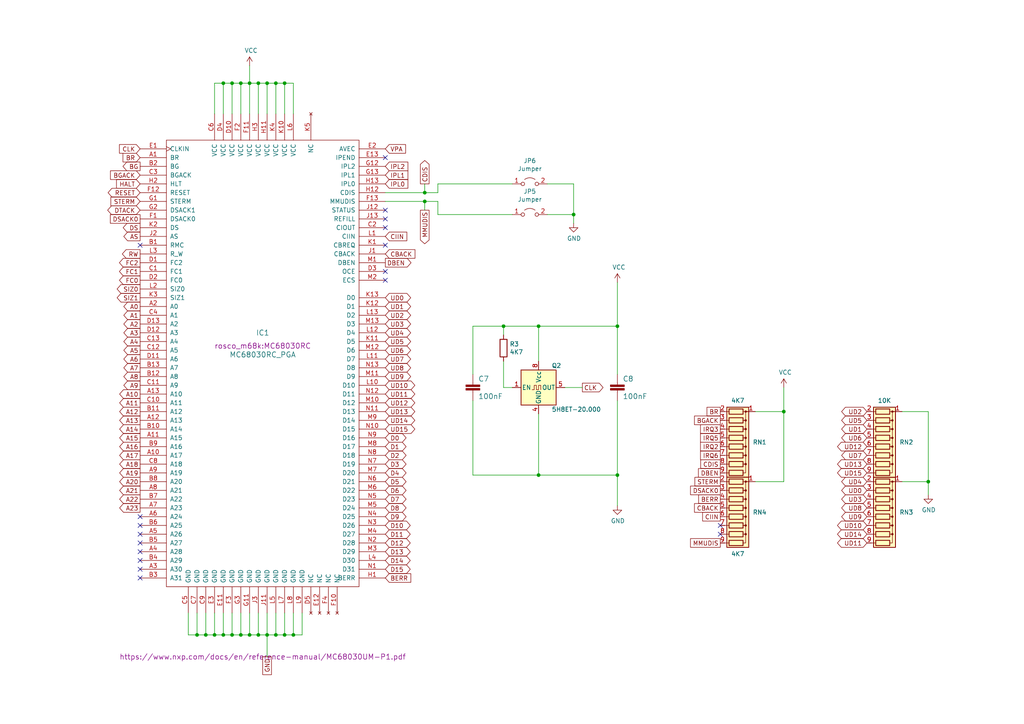
<source format=kicad_sch>
(kicad_sch (version 20231120) (generator "eeschema") (generator_version "8.0")
  (paper "A4")
  (title_block (title "ROSCO_M68K CLASSIC MC68030 EDITION") (date "2024-03-17") (rev "2.10") (company "The Really Old-School Company Limited") (comment 1 "OSHWA UK000006 (https://certification.oshwa.org/uk000006.html)") (comment 2 "See https://github.com/roscopeco/rosco_m68k/blob/master/LICENCE.hardware.txt") (comment 3 "Open Source Hardware licenced under CERN Open Hardware Licence") (comment 4 "Copyright 2019-2024 Ross Bamford and Contributors"))
  (lib_symbols
    (symbol "Device:R" (pin_numbers hide) (pin_names (offset 0))
      (property "Reference" "R" (at 2.032 0 90))
      (property "Value" "R" (at 0 0 90))
      (symbol "R_0_1"
        (rectangle (start -1.016 -2.54) (end 1.016 2.54) (stroke (width 0.254)))
      )
      (symbol "R_1_1"
        (pin passive line (at 0 3.81 270) (length 1.27) (name "~") (number "1"))
        (pin passive line (at 0 -3.81 90) (length 1.27) (name "~") (number "2"))
      )
    )
    (symbol "Device:R_Network08" (pin_names (offset 0) hide)
      (property "Reference" "RN" (at -12.7 0 90))
      (property "Value" "R_Network08" (at 10.16 0 90))
      (symbol "R_Network08_0_1"
        (rectangle (start -11.43 -3.175) (end 8.89 3.175) (stroke (width 0.254)) (fill (type background)))
        (rectangle (start -10.922 1.524) (end -9.398 -2.54) (stroke (width 0.254)))
        (circle (center -10.16 2.286) (radius 0.254) (fill (type outline)))
        (rectangle (start -8.382 1.524) (end -6.858 -2.54) (stroke (width 0.254)))
        (circle (center -7.62 2.286) (radius 0.254) (fill (type outline)))
        (rectangle (start -5.842 1.524) (end -4.318 -2.54) (stroke (width 0.254)))
        (circle (center -5.08 2.286) (radius 0.254) (fill (type outline)))
        (rectangle (start -3.302 1.524) (end -1.778 -2.54) (stroke (width 0.254)))
        (circle (center -2.54 2.286) (radius 0.254) (fill (type outline)))
        (rectangle (start -0.762 1.524) (end 0.762 -2.54) (stroke (width 0.254)))
        (polyline (pts (xy -10.16 -2.54) (xy -10.16 -3.81)))
        (polyline (pts (xy -7.62 -2.54) (xy -7.62 -3.81)))
        (polyline (pts (xy -5.08 -2.54) (xy -5.08 -3.81)))
        (polyline (pts (xy -2.54 -2.54) (xy -2.54 -3.81)))
        (polyline (pts (xy 0 -2.54) (xy 0 -3.81)))
        (polyline (pts (xy 2.54 -2.54) (xy 2.54 -3.81)))
        (polyline (pts (xy 5.08 -2.54) (xy 5.08 -3.81)))
        (polyline (pts (xy 7.62 -2.54) (xy 7.62 -3.81)))
        (polyline (pts (xy -10.16 1.524) (xy -10.16 2.286) (xy -7.62 2.286) (xy -7.62 1.524)))
        (polyline (pts (xy -7.62 1.524) (xy -7.62 2.286) (xy -5.08 2.286) (xy -5.08 1.524)))
        (polyline (pts (xy -5.08 1.524) (xy -5.08 2.286) (xy -2.54 2.286) (xy -2.54 1.524)))
        (polyline (pts (xy -2.54 1.524) (xy -2.54 2.286) (xy 0 2.286) (xy 0 1.524)))
        (polyline (pts (xy 0 1.524) (xy 0 2.286) (xy 2.54 2.286) (xy 2.54 1.524)))
        (polyline (pts (xy 2.54 1.524) (xy 2.54 2.286) (xy 5.08 2.286) (xy 5.08 1.524)))
        (polyline (pts (xy 5.08 1.524) (xy 5.08 2.286) (xy 7.62 2.286) (xy 7.62 1.524)))
        (circle (center 0 2.286) (radius 0.254) (fill (type outline)))
        (rectangle (start 1.778 1.524) (end 3.302 -2.54) (stroke (width 0.254)))
        (circle (center 2.54 2.286) (radius 0.254) (fill (type outline)))
        (rectangle (start 4.318 1.524) (end 5.842 -2.54) (stroke (width 0.254)))
        (circle (center 5.08 2.286) (radius 0.254) (fill (type outline)))
        (rectangle (start 6.858 1.524) (end 8.382 -2.54) (stroke (width 0.254)))
      )
      (symbol "R_Network08_1_1"
        (pin passive line (at -10.16 5.08 270) (length 2.54) (name "common") (number "1"))
        (pin passive line (at -10.16 -5.08 90) (length 1.27) (name "R1") (number "2"))
        (pin passive line (at -7.62 -5.08 90) (length 1.27) (name "R2") (number "3"))
        (pin passive line (at -5.08 -5.08 90) (length 1.27) (name "R3") (number "4"))
        (pin passive line (at -2.54 -5.08 90) (length 1.27) (name "R4") (number "5"))
        (pin passive line (at 0 -5.08 90) (length 1.27) (name "R5") (number "6"))
        (pin passive line (at 2.54 -5.08 90) (length 1.27) (name "R6") (number "7"))
        (pin passive line (at 5.08 -5.08 90) (length 1.27) (name "R7") (number "8"))
        (pin passive line (at 7.62 -5.08 90) (length 1.27) (name "R8") (number "9"))
      )
    )
    (symbol "Jumper:Jumper_2_Open" (pin_names (offset 0) hide)
      (property "Reference" "JP" (at 0 2.794 0))
      (property "Value" "Jumper_2_Open" (at 0 -2.286 0))
      (symbol "Jumper_2_Open_0_0"
        (circle (center -2.032 0) (radius 0.508))
        (circle (center 2.032 0) (radius 0.508))
      )
      (symbol "Jumper_2_Open_0_1"
        (arc (start 1.524 1.27) (mid 0 1.778) (end -1.524 1.27))
      )
      (symbol "Jumper_2_Open_1_1"
        (pin passive line (at -5.08 0 0) (length 2.54) (name "A") (number "1"))
        (pin passive line (at 5.08 0 180) (length 2.54) (name "B") (number "2"))
      )
    )
    (symbol "Oscillator:CXO_DIP8" (pin_names (offset 0.254))
      (property "Reference" "X" (at -5.08 6.35 0))
      (property "Value" "CXO_DIP8" (at 1.27 -6.35 0))
      (symbol "CXO_DIP8_0_1"
        (rectangle (start -5.08 5.08) (end 5.08 -5.08) (stroke (width 0.254)) (fill (type background)))
        (polyline (pts (xy -1.905 -0.635) (xy -1.27 -0.635) (xy -1.27 0.635) (xy -0.635 0.635) (xy -0.635 -0.635) (xy 0 -0.635) (xy 0 0.635) (xy 0.635 0.635) (xy 0.635 -0.635)))
      )
      (symbol "CXO_DIP8_1_1"
        (pin input line (at -7.62 0 0) (length 2.54) (name "EN") (number "1"))
        (pin power_in line (at 0 -7.62 90) (length 2.54) (name "GND") (number "4"))
        (pin output line (at 7.62 0 180) (length 2.54) (name "OUT") (number "5"))
        (pin power_in line (at 0 7.62 270) (length 2.54) (name "Vcc") (number "8"))
      )
    )
    (symbol "power:GND" (power) (pin_names (offset 0))
      (property "Value" "GND" (at 0 -3.81 0))
      (symbol "GND_0_1"
        (polyline (pts (xy 0 0) (xy 0 -1.27) (xy 1.27 -1.27) (xy 0 -2.54) (xy -1.27 -1.27) (xy 0 -1.27)))
      )
      (symbol "GND_1_1"
        (pin power_in line (at 0 0 270) (length 0) hide (name "GND") (number "1"))
      )
    )
    (symbol "power:VCC" (power) (pin_names (offset 0))
      (property "Value" "VCC" (at 0 3.81 0))
      (symbol "VCC_0_1"
        (polyline (pts (xy -0.762 1.27) (xy 0 2.54)))
        (polyline (pts (xy 0 0) (xy 0 2.54)))
        (polyline (pts (xy 0 2.54) (xy 0.762 1.27)))
      )
      (symbol "VCC_1_1"
        (pin power_in line (at 0 0 90) (length 0) hide (name "VCC") (number "1"))
      )
    )
    (symbol "rosco_m68k-eagle-import:C2,5-3" (pin_names (offset 1.016))
      (property "Reference" "C" (at 1.524 0.381 0))
      (property "Value" "C2,5-3" (at 1.524 -4.699 0))
      (symbol "C2,5-3_1_0"
        (rectangle (start -2.032 -2.032) (end 2.032 -1.524) (fill (type outline)))
        (rectangle (start -2.032 -1.016) (end 2.032 -0.508) (fill (type outline)))
        (polyline (pts (xy 0 -2.54) (xy 0 -2.032)))
        (polyline (pts (xy 0 0) (xy 0 -0.508)))
        (pin passive line (at 0 2.54 270) (length 2.54) (name "1") (number "1"))
        (pin passive line (at 0 -5.08 90) (length 2.54) (name "2") (number "2"))
      )
    )
    (symbol "rosco_m68k:MC68030RC_PGA" (pin_names (offset 1.016))
      (property "Reference" "U" (at 0 0 0))
      (property "Value" "MC68030RC_PGA" (at 0 2.54 0))
      (symbol "MC68030RC_PGA_0_1"
        (rectangle (start -27.94 59.69) (end 27.94 -69.85))
      )
      (symbol "MC68030RC_PGA_1_1"
        (pin input line (at -35.56 54.61 0) (length 7.62) (name "BR") (number "A1"))
        (pin tri_state line (at -35.56 -31.75 0) (length 7.62) (name "A17") (number "A10"))
        (pin tri_state line (at -35.56 -26.67 0) (length 7.62) (name "A15") (number "A11"))
        (pin tri_state line (at -35.56 -21.59 0) (length 7.62) (name "A13") (number "A12"))
        (pin tri_state line (at -35.56 -13.97 0) (length 7.62) (name "A10") (number "A13"))
        (pin tri_state line (at -35.56 11.43 0) (length 7.62) (name "A0") (number "A2"))
        (pin tri_state line (at -35.56 -64.77 0) (length 7.62) (name "A30") (number "A3"))
        (pin tri_state line (at -35.56 -59.69 0) (length 7.62) (name "A28") (number "A4"))
        (pin tri_state line (at -35.56 -54.61 0) (length 7.62) (name "A26") (number "A5"))
        (pin tri_state line (at -35.56 -49.53 0) (length 7.62) (name "A24") (number "A6"))
        (pin tri_state line (at -35.56 -46.99 0) (length 7.62) (name "A23") (number "A7"))
        (pin tri_state line (at -35.56 -41.91 0) (length 7.62) (name "A21") (number "A8"))
        (pin tri_state line (at -35.56 -36.83 0) (length 7.62) (name "A19") (number "A9"))
        (pin output line (at -35.56 29.21 0) (length 7.62) (name "RMC") (number "B1"))
        (pin tri_state line (at -35.56 -24.13 0) (length 7.62) (name "A14") (number "B10"))
        (pin tri_state line (at -35.56 -19.05 0) (length 7.62) (name "A12") (number "B11"))
        (pin tri_state line (at -35.56 -8.89 0) (length 7.62) (name "A8") (number "B12"))
        (pin tri_state line (at -35.56 -6.35 0) (length 7.62) (name "A7") (number "B13"))
        (pin output line (at -35.56 52.07 0) (length 7.62) (name "BG") (number "B2"))
        (pin tri_state line (at -35.56 -67.31 0) (length 7.62) (name "A31") (number "B3"))
        (pin tri_state line (at -35.56 -62.23 0) (length 7.62) (name "A29") (number "B4"))
        (pin tri_state line (at -35.56 -57.15 0) (length 7.62) (name "A27") (number "B5"))
        (pin tri_state line (at -35.56 -52.07 0) (length 7.62) (name "A25") (number "B6"))
        (pin tri_state line (at -35.56 -44.45 0) (length 7.62) (name "A22") (number "B7"))
        (pin tri_state line (at -35.56 -39.37 0) (length 7.62) (name "A20") (number "B8"))
        (pin tri_state line (at -35.56 -29.21 0) (length 7.62) (name "A16") (number "B9"))
        (pin output line (at -35.56 21.59 0) (length 7.62) (name "FC1") (number "C1"))
        (pin tri_state line (at -35.56 -16.51 0) (length 7.62) (name "A11") (number "C10"))
        (pin tri_state line (at -35.56 -11.43 0) (length 7.62) (name "A9") (number "C11"))
        (pin tri_state line (at -35.56 -1.27 0) (length 7.62) (name "A5") (number "C12"))
        (pin tri_state line (at -35.56 1.27 0) (length 7.62) (name "A4") (number "C13"))
        (pin output line (at 35.56 34.29 180) (length 7.62) (name "CIOUT") (number "C2"))
        (pin output line (at -35.56 49.53 0) (length 7.62) (name "BGACK") (number "C3"))
        (pin tri_state line (at -35.56 8.89 0) (length 7.62) (name "A1") (number "C4"))
        (pin passive line (at -21.59 -77.47 90) (length 7.62) (name "GND") (number "C5"))
        (pin power_in line (at -13.97 67.31 270) (length 7.62) (name "VCC") (number "C6"))
        (pin passive line (at -19.05 -77.47 90) (length 7.62) (name "GND") (number "C7"))
        (pin tri_state line (at -35.56 -34.29 0) (length 7.62) (name "A18") (number "C8"))
        (pin passive line (at -16.51 -77.47 90) (length 7.62) (name "GND") (number "C9"))
        (pin output line (at -35.56 24.13 0) (length 7.62) (name "FC2") (number "D1"))
        (pin power_in line (at -8.89 67.31 270) (length 7.62) (name "VCC") (number "D10"))
        (pin tri_state line (at -35.56 -3.81 0) (length 7.62) (name "A6") (number "D11"))
        (pin tri_state line (at -35.56 3.81 0) (length 7.62) (name "A3") (number "D12"))
        (pin tri_state line (at -35.56 6.35 0) (length 7.62) (name "A2") (number "D13"))
        (pin output line (at -35.56 19.05 0) (length 7.62) (name "FC0") (number "D2"))
        (pin input line (at 35.56 21.59 180) (length 7.62) (name "OCE") (number "D3"))
        (pin power_in line (at -11.43 67.31 270) (length 7.62) (name "VCC") (number "D4"))
        (pin no_connect line (at 13.97 -77.47 90) (length 7.62) (name "NC") (number "D5"))
        (pin input clock (at -35.56 57.15 0) (length 7.62) (name "CLKIN") (number "E1"))
        (pin passive line (at -11.43 -77.47 90) (length 7.62) (name "GND") (number "E11"))
        (pin no_connect line (at 16.51 -77.47 90) (length 7.62) (name "NC") (number "E12"))
        (pin output line (at 35.56 54.61 180) (length 7.62) (name "IPEND") (number "E13"))
        (pin input line (at 35.56 57.15 180) (length 7.62) (name "AVEC") (number "E2"))
        (pin passive line (at -13.97 -77.47 90) (length 7.62) (name "GND") (number "E3"))
        (pin input line (at -35.56 36.83 0) (length 7.62) (name "DSACK0") (number "F1"))
        (pin no_connect line (at 21.59 -77.47 90) (length 7.62) (name "NC") (number "F10"))
        (pin power_in line (at -3.81 67.31 270) (length 7.62) (name "VCC") (number "F11"))
        (pin input line (at -35.56 44.45 0) (length 7.62) (name "RESET") (number "F12"))
        (pin input line (at 35.56 41.91 180) (length 7.62) (name "MMUDIS") (number "F13"))
        (pin power_in line (at -6.35 67.31 270) (length 7.62) (name "VCC") (number "F2"))
        (pin passive line (at -8.89 -77.47 90) (length 7.62) (name "GND") (number "F3"))
        (pin no_connect line (at 19.05 -77.47 90) (length 7.62) (name "NC") (number "F4"))
        (pin input line (at -35.56 41.91 0) (length 7.62) (name "STERM") (number "G1"))
        (pin passive line (at -3.81 -77.47 90) (length 7.62) (name "GND") (number "G11"))
        (pin input line (at 35.56 52.07 180) (length 7.62) (name "IPL2") (number "G12"))
        (pin input line (at 35.56 49.53 180) (length 7.62) (name "IPL1") (number "G13"))
        (pin input line (at -35.56 39.37 0) (length 7.62) (name "DSACK1") (number "G2"))
        (pin passive line (at -6.35 -77.47 90) (length 7.62) (name "GND") (number "G3"))
        (pin input line (at 35.56 -67.31 180) (length 7.62) (name "BERR") (number "H1"))
        (pin power_in line (at 1.27 67.31 270) (length 7.62) (name "VCC") (number "H11"))
        (pin input line (at 35.56 44.45 180) (length 7.62) (name "CDIS") (number "H12"))
        (pin input line (at 35.56 46.99 180) (length 7.62) (name "IPL0") (number "H13"))
        (pin bidirectional line (at -35.56 46.99 0) (length 7.62) (name "HLT") (number "H2"))
        (pin power_in line (at -1.27 67.31 270) (length 7.62) (name "VCC") (number "H3"))
        (pin input line (at 35.56 26.67 180) (length 7.62) (name "CBACK") (number "J1"))
        (pin passive line (at 1.27 -77.47 90) (length 7.62) (name "GND") (number "J11"))
        (pin input line (at 35.56 39.37 180) (length 7.62) (name "STATUS") (number "J12"))
        (pin input line (at 35.56 36.83 180) (length 7.62) (name "REFILL") (number "J13"))
        (pin output line (at -35.56 31.75 0) (length 7.62) (name "AS") (number "J2"))
        (pin passive line (at -1.27 -77.47 90) (length 7.62) (name "GND") (number "J3"))
        (pin input line (at 35.56 29.21 180) (length 7.62) (name "CBREQ") (number "K1"))
        (pin power_in line (at 6.35 67.31 270) (length 7.62) (name "VCC") (number "K10"))
        (pin input line (at 35.56 1.27 180) (length 7.62) (name "D5") (number "K11"))
        (pin input line (at 35.56 11.43 180) (length 7.62) (name "D1") (number "K12"))
        (pin input line (at 35.56 13.97 180) (length 7.62) (name "D0") (number "K13"))
        (pin output line (at -35.56 34.29 0) (length 7.62) (name "DS") (number "K2"))
        (pin output line (at -35.56 13.97 0) (length 7.62) (name "SIZ1") (number "K3"))
        (pin power_in line (at 3.81 67.31 270) (length 7.62) (name "VCC") (number "K4"))
        (pin no_connect line (at 13.97 67.31 270) (length 7.62) (name "NC") (number "K5"))
        (pin input line (at 35.56 31.75 180) (length 7.62) (name "CIIN") (number "L1"))
        (pin input line (at 35.56 -11.43 180) (length 7.62) (name "D10") (number "L10"))
        (pin input line (at 35.56 -3.81 180) (length 7.62) (name "D7") (number "L11"))
        (pin input line (at 35.56 3.81 180) (length 7.62) (name "D4") (number "L12"))
        (pin input line (at 35.56 8.89 180) (length 7.62) (name "D2") (number "L13"))
        (pin output line (at -35.56 16.51 0) (length 7.62) (name "SIZ0") (number "L2"))
        (pin output line (at -35.56 26.67 0) (length 7.62) (name "R_W") (number "L3"))
        (pin input line (at 35.56 -62.23 180) (length 7.62) (name "D30") (number "L4"))
        (pin passive line (at 3.81 -77.47 90) (length 7.62) (name "GND") (number "L5"))
        (pin power_in line (at 8.89 67.31 270) (length 7.62) (name "VCC") (number "L6"))
        (pin passive line (at 6.35 -77.47 90) (length 7.62) (name "GND") (number "L7"))
        (pin passive line (at 8.89 -77.47 90) (length 7.62) (name "GND") (number "L8"))
        (pin passive line (at 11.43 -77.47 90) (length 7.62) (name "GND") (number "L9"))
        (pin input line (at 35.56 24.13 180) (length 7.62) (name "DBEN") (number "M1"))
        (pin input line (at 35.56 -16.51 180) (length 7.62) (name "D12") (number "M10"))
        (pin input line (at 35.56 -8.89 180) (length 7.62) (name "D9") (number "M11"))
        (pin input line (at 35.56 -1.27 180) (length 7.62) (name "D6") (number "M12"))
        (pin input line (at 35.56 6.35 180) (length 7.62) (name "D3") (number "M13"))
        (pin input line (at 35.56 19.05 180) (length 7.62) (name "ECS") (number "M2"))
        (pin input line (at 35.56 -59.69 180) (length 7.62) (name "D29") (number "M3"))
        (pin bidirectional line (at 35.56 -54.61 180) (length 7.62) (name "D27") (number "M4"))
        (pin input line (at 35.56 -46.99 180) (length 7.62) (name "D24") (number "M5"))
        (pin input line (at 35.56 -41.91 180) (length 7.62) (name "D22") (number "M6"))
        (pin input line (at 35.56 -36.83 180) (length 7.62) (name "D20") (number "M7"))
        (pin input line (at 35.56 -29.21 180) (length 7.62) (name "D17") (number "M8"))
        (pin input line (at 35.56 -21.59 180) (length 7.62) (name "D14") (number "M9"))
        (pin input line (at 35.56 -64.77 180) (length 7.62) (name "D31") (number "N1"))
        (pin input line (at 35.56 -24.13 180) (length 7.62) (name "D15") (number "N10"))
        (pin input line (at 35.56 -19.05 180) (length 7.62) (name "D13") (number "N11"))
        (pin input line (at 35.56 -13.97 180) (length 7.62) (name "D11") (number "N12"))
        (pin input line (at 35.56 -6.35 180) (length 7.62) (name "D8") (number "N13"))
        (pin input line (at 35.56 -57.15 180) (length 7.62) (name "D28") (number "N2"))
        (pin bidirectional line (at 35.56 -52.07 180) (length 7.62) (name "D26") (number "N3"))
        (pin input line (at 35.56 -49.53 180) (length 7.62) (name "D25") (number "N4"))
        (pin input line (at 35.56 -44.45 180) (length 7.62) (name "D23") (number "N5"))
        (pin input line (at 35.56 -39.37 180) (length 7.62) (name "D21") (number "N6"))
        (pin input line (at 35.56 -34.29 180) (length 7.62) (name "D19") (number "N7"))
        (pin input line (at 35.56 -31.75 180) (length 7.62) (name "D18") (number "N8"))
        (pin input line (at 35.56 -26.67 180) (length 7.62) (name "D16") (number "N9"))
      )
    )
  )
  (junction (at 57.15 184.15))
  (junction (at 82.55 184.15))
  (junction (at 123.19 58.42))
  (junction (at 59.69 184.15))
  (junction (at 64.77 184.15))
  (junction (at 269.24 139.7))
  (junction (at 156.21 94.615))
  (junction (at 166.37 62.23))
  (junction (at 62.23 184.15))
  (junction (at 67.31 184.15))
  (junction (at 123.19 55.88))
  (junction (at 227.33 119.38))
  (junction (at 80.01 184.15))
  (junction (at 77.47 24.13))
  (junction (at 72.39 24.13))
  (junction (at 74.93 24.13))
  (junction (at 67.31 24.13))
  (junction (at 146.05 94.615))
  (junction (at 69.85 24.13))
  (junction (at 64.77 24.13))
  (junction (at 179.07 137.795))
  (junction (at 80.01 24.13))
  (junction (at 72.39 184.15))
  (junction (at 85.09 184.15))
  (junction (at 77.47 184.15))
  (junction (at 156.21 137.795))
  (junction (at 74.93 184.15))
  (junction (at 82.55 24.13))
  (junction (at 69.85 184.15))
  (junction (at 179.07 94.615))
  (no_connect (at 40.64 71.12))
  (no_connect (at 111.76 66.04))
  (no_connect (at 111.76 71.12))
  (no_connect (at 111.76 60.96))
  (no_connect (at 111.76 63.5))
  (no_connect (at 111.76 45.72))
  (no_connect (at 208.915 154.94))
  (no_connect (at 111.76 78.74))
  (no_connect (at 111.76 81.28))
  (no_connect (at 40.64 149.86))
  (no_connect (at 208.915 152.4))
  (no_connect (at 40.64 167.64))
  (no_connect (at 40.64 162.56))
  (no_connect (at 40.64 165.1))
  (no_connect (at 40.64 152.4))
  (no_connect (at 40.64 154.94))
  (no_connect (at 40.64 157.48))
  (no_connect (at 40.64 160.02))
  (wire (pts (xy 219.075 119.38) (xy 227.33 119.38)))
  (wire (pts (xy 163.83 112.395) (xy 168.91 112.395)))
  (wire (pts (xy 123.19 58.42) (xy 127 58.42)))
  (wire (pts (xy 111.76 55.88) (xy 123.19 55.88)))
  (wire (pts (xy 77.47 24.13) (xy 80.01 24.13)))
  (wire (pts (xy 72.39 24.13) (xy 74.93 24.13)))
  (wire (pts (xy 166.37 62.23) (xy 166.37 53.34)))
  (wire (pts (xy 146.05 94.615) (xy 156.21 94.615)))
  (wire (pts (xy 72.39 177.8) (xy 72.39 184.15)))
  (wire (pts (xy 269.24 139.7) (xy 269.24 143.51)))
  (wire (pts (xy 77.47 184.15) (xy 77.47 190.5)))
  (wire (pts (xy 62.23 24.13) (xy 64.77 24.13)))
  (wire (pts (xy 64.77 177.8) (xy 64.77 184.15)))
  (wire (pts (xy 261.62 119.38) (xy 269.24 119.38)))
  (wire (pts (xy 137.16 94.615) (xy 146.05 94.615)))
  (wire (pts (xy 74.93 24.13) (xy 74.93 33.02)))
  (wire (pts (xy 59.69 177.8) (xy 59.69 184.15)))
  (wire (pts (xy 179.07 81.915) (xy 179.07 94.615)))
  (wire (pts (xy 127 53.34) (xy 148.59 53.34)))
  (wire (pts (xy 54.61 184.15) (xy 57.15 184.15)))
  (wire (pts (xy 87.63 184.15) (xy 87.63 177.8)))
  (wire (pts (xy 77.47 184.15) (xy 80.01 184.15)))
  (wire (pts (xy 82.55 177.8) (xy 82.55 184.15)))
  (wire (pts (xy 64.77 184.15) (xy 67.31 184.15)))
  (wire (pts (xy 54.61 177.8) (xy 54.61 184.15)))
  (wire (pts (xy 72.39 24.13) (xy 72.39 33.02)))
  (wire (pts (xy 111.76 58.42) (xy 123.19 58.42)))
  (wire (pts (xy 64.77 33.02) (xy 64.77 24.13)))
  (wire (pts (xy 69.85 33.02) (xy 69.85 24.13)))
  (wire (pts (xy 77.47 24.13) (xy 77.47 33.02)))
  (wire (pts (xy 82.55 24.13) (xy 82.55 33.02)))
  (wire (pts (xy 57.15 184.15) (xy 59.69 184.15)))
  (wire (pts (xy 80.01 177.8) (xy 80.01 184.15)))
  (wire (pts (xy 123.19 55.88) (xy 123.19 53.34)))
  (wire (pts (xy 227.33 119.38) (xy 227.33 139.7)))
  (wire (pts (xy 146.05 112.395) (xy 148.59 112.395)))
  (wire (pts (xy 67.31 177.8) (xy 67.31 184.15)))
  (wire (pts (xy 179.07 108.585) (xy 179.07 94.615)))
  (wire (pts (xy 127 53.34) (xy 127 55.88)))
  (wire (pts (xy 261.62 139.7) (xy 269.24 139.7)))
  (wire (pts (xy 156.21 120.015) (xy 156.21 137.795)))
  (wire (pts (xy 67.31 184.15) (xy 69.85 184.15)))
  (wire (pts (xy 127 58.42) (xy 127 62.23)))
  (wire (pts (xy 62.23 177.8) (xy 62.23 184.15)))
  (wire (pts (xy 69.85 24.13) (xy 72.39 24.13)))
  (wire (pts (xy 85.09 177.8) (xy 85.09 184.15)))
  (wire (pts (xy 72.39 184.15) (xy 74.93 184.15)))
  (wire (pts (xy 156.21 137.795) (xy 137.16 137.795)))
  (wire (pts (xy 62.23 33.02) (xy 62.23 24.13)))
  (wire (pts (xy 69.85 184.15) (xy 72.39 184.15)))
  (wire (pts (xy 227.33 139.7) (xy 219.075 139.7)))
  (wire (pts (xy 85.09 184.15) (xy 87.63 184.15)))
  (wire (pts (xy 85.09 33.02) (xy 85.09 24.13)))
  (wire (pts (xy 137.16 116.205) (xy 137.16 137.795)))
  (wire (pts (xy 158.75 53.34) (xy 166.37 53.34)))
  (wire (pts (xy 156.21 94.615) (xy 179.07 94.615)))
  (wire (pts (xy 158.75 62.23) (xy 166.37 62.23)))
  (wire (pts (xy 85.09 24.13) (xy 82.55 24.13)))
  (wire (pts (xy 123.19 55.88) (xy 127 55.88)))
  (wire (pts (xy 179.07 137.795) (xy 179.07 146.685)))
  (wire (pts (xy 77.47 177.8) (xy 77.47 184.15)))
  (wire (pts (xy 137.16 108.585) (xy 137.16 94.615)))
  (wire (pts (xy 69.85 177.8) (xy 69.85 184.15)))
  (wire (pts (xy 166.37 62.23) (xy 166.37 64.77)))
  (wire (pts (xy 67.31 33.02) (xy 67.31 24.13)))
  (wire (pts (xy 156.21 94.615) (xy 156.21 104.775)))
  (wire (pts (xy 62.23 184.15) (xy 64.77 184.15)))
  (wire (pts (xy 179.07 116.205) (xy 179.07 137.795)))
  (wire (pts (xy 80.01 184.15) (xy 82.55 184.15)))
  (wire (pts (xy 80.01 24.13) (xy 80.01 33.02)))
  (wire (pts (xy 146.05 97.155) (xy 146.05 94.615)))
  (wire (pts (xy 72.39 19.05) (xy 72.39 24.13)))
  (wire (pts (xy 82.55 184.15) (xy 85.09 184.15)))
  (wire (pts (xy 74.93 184.15) (xy 77.47 184.15)))
  (wire (pts (xy 67.31 24.13) (xy 69.85 24.13)))
  (wire (pts (xy 179.07 137.795) (xy 156.21 137.795)))
  (wire (pts (xy 80.01 24.13) (xy 82.55 24.13)))
  (wire (pts (xy 64.77 24.13) (xy 67.31 24.13)))
  (wire (pts (xy 146.05 104.775) (xy 146.05 112.395)))
  (wire (pts (xy 74.93 24.13) (xy 77.47 24.13)))
  (wire (pts (xy 127 62.23) (xy 148.59 62.23)))
  (wire (pts (xy 57.15 177.8) (xy 57.15 184.15)))
  (wire (pts (xy 74.93 177.8) (xy 74.93 184.15)))
  (wire (pts (xy 123.19 58.42) (xy 123.19 60.96)))
  (wire (pts (xy 59.69 184.15) (xy 62.23 184.15)))
  (wire (pts (xy 227.33 112.395) (xy 227.33 119.38)))
  (wire (pts (xy 269.24 119.38) (xy 269.24 139.7)))
  (global_label "STERM" (shape passive) (at 208.915 139.7 180) (property "Intersheetrefs" "${INTERSHEET_REFS}" (effects (hide yes))))
  (global_label "UD15" (shape bidirectional) (at 251.46 137.16 180) (property "Intersheetrefs" "${INTERSHEET_REFS}" (effects (hide yes))))
  (global_label "CIIN" (shape passive) (at 208.915 149.86 180) (property "Intersheetrefs" "${INTERSHEET_REFS}" (effects (hide yes))))
  (global_label "A18" (shape output) (at 40.64 134.62 180) (property "Intersheetrefs" "${INTERSHEET_REFS}" (effects (hide yes))))
  (global_label "UD10" (shape bidirectional) (at 111.76 111.76 0) (property "Intersheetrefs" "${INTERSHEET_REFS}" (effects (hide yes))))
  (global_label "D6" (shape bidirectional) (at 111.76 142.24 0) (property "Intersheetrefs" "${INTERSHEET_REFS}" (effects (hide yes))))
  (global_label "UD11" (shape bidirectional) (at 251.46 157.48 180) (property "Intersheetrefs" "${INTERSHEET_REFS}" (effects (hide yes))))
  (global_label "A4" (shape output) (at 40.64 99.06 180) (property "Intersheetrefs" "${INTERSHEET_REFS}" (effects (hide yes))))
  (global_label "BGACK" (shape input) (at 40.64 50.8 180) (property "Intersheetrefs" "${INTERSHEET_REFS}" (effects (hide yes))))
  (global_label "UD14" (shape bidirectional) (at 251.46 154.94 180) (property "Intersheetrefs" "${INTERSHEET_REFS}" (effects (hide yes))))
  (global_label "UD5" (shape bidirectional) (at 111.76 99.06 0) (property "Intersheetrefs" "${INTERSHEET_REFS}" (effects (hide yes))))
  (global_label "D4" (shape bidirectional) (at 111.76 137.16 0) (property "Intersheetrefs" "${INTERSHEET_REFS}" (effects (hide yes))))
  (global_label "MMUDIS" (shape passive) (at 208.915 157.48 180) (property "Intersheetrefs" "${INTERSHEET_REFS}" (effects (hide yes))))
  (global_label "A20" (shape output) (at 40.64 139.7 180) (property "Intersheetrefs" "${INTERSHEET_REFS}" (effects (hide yes))))
  (global_label "A13" (shape output) (at 40.64 121.92 180) (property "Intersheetrefs" "${INTERSHEET_REFS}" (effects (hide yes))))
  (global_label "A12" (shape output) (at 40.64 119.38 180) (property "Intersheetrefs" "${INTERSHEET_REFS}" (effects (hide yes))))
  (global_label "UD1" (shape bidirectional) (at 111.76 88.9 0) (property "Intersheetrefs" "${INTERSHEET_REFS}" (effects (hide yes))))
  (global_label "DSACK0" (shape passive) (at 208.915 142.24 180) (property "Intersheetrefs" "${INTERSHEET_REFS}" (effects (hide yes))))
  (global_label "DTACK" (shape bidirectional) (at 40.64 60.96 180) (property "Intersheetrefs" "${INTERSHEET_REFS}" (effects (hide yes))))
  (global_label "IPL2" (shape input) (at 111.76 48.26 0) (property "Intersheetrefs" "${INTERSHEET_REFS}" (effects (hide yes))))
  (global_label "UD1" (shape bidirectional) (at 251.46 124.46 180) (property "Intersheetrefs" "${INTERSHEET_REFS}" (effects (hide yes))))
  (global_label "DBEN" (shape passive) (at 208.915 137.16 180) (property "Intersheetrefs" "${INTERSHEET_REFS}" (effects (hide yes))))
  (global_label "D5" (shape bidirectional) (at 111.76 139.7 0) (property "Intersheetrefs" "${INTERSHEET_REFS}" (effects (hide yes))))
  (global_label "D15" (shape bidirectional) (at 111.76 165.1 0) (property "Intersheetrefs" "${INTERSHEET_REFS}" (effects (hide yes))))
  (global_label "D10" (shape bidirectional) (at 111.76 152.4 0) (property "Intersheetrefs" "${INTERSHEET_REFS}" (effects (hide yes))))
  (global_label "RESET" (shape bidirectional) (at 40.64 55.88 180) (property "Intersheetrefs" "${INTERSHEET_REFS}" (effects (hide yes))))
  (global_label "FC1" (shape output) (at 40.64 78.74 180) (property "Intersheetrefs" "${INTERSHEET_REFS}" (effects (hide yes))))
  (global_label "DSACK0" (shape passive) (at 40.64 63.5 180) (property "Intersheetrefs" "${INTERSHEET_REFS}" (effects (hide yes))))
  (global_label "A10" (shape output) (at 40.64 114.3 180) (property "Intersheetrefs" "${INTERSHEET_REFS}" (effects (hide yes))))
  (global_label "UD0" (shape bidirectional) (at 111.76 86.36 0) (property "Intersheetrefs" "${INTERSHEET_REFS}" (effects (hide yes))))
  (global_label "A15" (shape output) (at 40.64 127 180) (property "Intersheetrefs" "${INTERSHEET_REFS}" (effects (hide yes))))
  (global_label "D11" (shape bidirectional) (at 111.76 154.94 0) (property "Intersheetrefs" "${INTERSHEET_REFS}" (effects (hide yes))))
  (global_label "A17" (shape output) (at 40.64 132.08 180) (property "Intersheetrefs" "${INTERSHEET_REFS}" (effects (hide yes))))
  (global_label "CDIS" (shape output) (at 123.19 53.34 90) (property "Intersheetrefs" "${INTERSHEET_REFS}" (effects (hide yes))))
  (global_label "CLK" (shape input) (at 40.64 43.18 180) (property "Intersheetrefs" "${INTERSHEET_REFS}" (effects (hide yes))))
  (global_label "STERM" (shape input) (at 40.64 58.42 180) (property "Intersheetrefs" "${INTERSHEET_REFS}" (effects (hide yes))))
  (global_label "CLK" (shape output) (at 168.91 112.395 0) (property "Intersheetrefs" "${INTERSHEET_REFS}" (effects (hide yes))))
  (global_label "A3" (shape output) (at 40.64 96.52 180) (property "Intersheetrefs" "${INTERSHEET_REFS}" (effects (hide yes))))
  (global_label "UD9" (shape bidirectional) (at 251.46 149.86 180) (property "Intersheetrefs" "${INTERSHEET_REFS}" (effects (hide yes))))
  (global_label "UD8" (shape bidirectional) (at 251.46 147.32 180) (property "Intersheetrefs" "${INTERSHEET_REFS}" (effects (hide yes))))
  (global_label "IRQ3" (shape passive) (at 208.915 124.46 180) (property "Intersheetrefs" "${INTERSHEET_REFS}" (effects (hide yes))))
  (global_label "D12" (shape bidirectional) (at 111.76 157.48 0) (property "Intersheetrefs" "${INTERSHEET_REFS}" (effects (hide yes))))
  (global_label "UD6" (shape bidirectional) (at 251.46 127 180) (property "Intersheetrefs" "${INTERSHEET_REFS}" (effects (hide yes))))
  (global_label "RW" (shape output) (at 40.64 73.66 180) (property "Intersheetrefs" "${INTERSHEET_REFS}" (effects (hide yes))))
  (global_label "UD15" (shape bidirectional) (at 111.76 124.46 0) (property "Intersheetrefs" "${INTERSHEET_REFS}" (effects (hide yes))))
  (global_label "UD8" (shape bidirectional) (at 111.76 106.68 0) (property "Intersheetrefs" "${INTERSHEET_REFS}" (effects (hide yes))))
  (global_label "A1" (shape output) (at 40.64 91.44 180) (property "Intersheetrefs" "${INTERSHEET_REFS}" (effects (hide yes))))
  (global_label "A23" (shape output) (at 40.64 147.32 180) (property "Intersheetrefs" "${INTERSHEET_REFS}" (effects (hide yes))))
  (global_label "A6" (shape output) (at 40.64 104.14 180) (property "Intersheetrefs" "${INTERSHEET_REFS}" (effects (hide yes))))
  (global_label "CDIS" (shape passive) (at 208.915 134.62 180) (property "Intersheetrefs" "${INTERSHEET_REFS}" (effects (hide yes))))
  (global_label "UD12" (shape bidirectional) (at 111.76 116.84 0) (property "Intersheetrefs" "${INTERSHEET_REFS}" (effects (hide yes))))
  (global_label "A9" (shape output) (at 40.64 111.76 180) (property "Intersheetrefs" "${INTERSHEET_REFS}" (effects (hide yes))))
  (global_label "A22" (shape output) (at 40.64 144.78 180) (property "Intersheetrefs" "${INTERSHEET_REFS}" (effects (hide yes))))
  (global_label "A7" (shape output) (at 40.64 106.68 180) (property "Intersheetrefs" "${INTERSHEET_REFS}" (effects (hide yes))))
  (global_label "MMUDIS" (shape output) (at 123.19 60.96 270) (property "Intersheetrefs" "${INTERSHEET_REFS}" (effects (hide yes))))
  (global_label "A21" (shape output) (at 40.64 142.24 180) (property "Intersheetrefs" "${INTERSHEET_REFS}" (effects (hide yes))))
  (global_label "VPA" (shape input) (at 111.76 43.18 0) (property "Intersheetrefs" "${INTERSHEET_REFS}" (effects (hide yes))))
  (global_label "D14" (shape bidirectional) (at 111.76 162.56 0) (property "Intersheetrefs" "${INTERSHEET_REFS}" (effects (hide yes))))
  (global_label "UD3" (shape bidirectional) (at 251.46 144.78 180) (property "Intersheetrefs" "${INTERSHEET_REFS}" (effects (hide yes))))
  (global_label "SIZ0" (shape output) (at 40.64 83.82 180) (property "Intersheetrefs" "${INTERSHEET_REFS}" (effects (hide yes))))
  (global_label "IPL1" (shape input) (at 111.76 50.8 0) (property "Intersheetrefs" "${INTERSHEET_REFS}" (effects (hide yes))))
  (global_label "UD7" (shape bidirectional) (at 251.46 132.08 180) (property "Intersheetrefs" "${INTERSHEET_REFS}" (effects (hide yes))))
  (global_label "UD6" (shape bidirectional) (at 111.76 101.6 0) (property "Intersheetrefs" "${INTERSHEET_REFS}" (effects (hide yes))))
  (global_label "D0" (shape bidirectional) (at 111.76 127 0) (property "Intersheetrefs" "${INTERSHEET_REFS}" (effects (hide yes))))
  (global_label "BERR" (shape input) (at 111.76 167.64 0) (property "Intersheetrefs" "${INTERSHEET_REFS}" (effects (hide yes))))
  (global_label "UD2" (shape bidirectional) (at 251.46 119.38 180) (property "Intersheetrefs" "${INTERSHEET_REFS}" (effects (hide yes))))
  (global_label "D9" (shape bidirectional) (at 111.76 149.86 0) (property "Intersheetrefs" "${INTERSHEET_REFS}" (effects (hide yes))))
  (global_label "UD13" (shape bidirectional) (at 251.46 134.62 180) (property "Intersheetrefs" "${INTERSHEET_REFS}" (effects (hide yes))))
  (global_label "CBACK" (shape input) (at 111.76 73.66 0) (property "Intersheetrefs" "${INTERSHEET_REFS}" (effects (hide yes))))
  (global_label "BGACK" (shape passive) (at 208.915 121.92 180) (property "Intersheetrefs" "${INTERSHEET_REFS}" (effects (hide yes))))
  (global_label "UD9" (shape bidirectional) (at 111.76 109.22 0) (property "Intersheetrefs" "${INTERSHEET_REFS}" (effects (hide yes))))
  (global_label "D3" (shape bidirectional) (at 111.76 134.62 0) (property "Intersheetrefs" "${INTERSHEET_REFS}" (effects (hide yes))))
  (global_label "IRQ2" (shape passive) (at 208.915 129.54 180) (property "Intersheetrefs" "${INTERSHEET_REFS}" (effects (hide yes))))
  (global_label "IRQ6" (shape passive) (at 208.915 132.08 180) (property "Intersheetrefs" "${INTERSHEET_REFS}" (effects (hide yes))))
  (global_label "A2" (shape output) (at 40.64 93.98 180) (property "Intersheetrefs" "${INTERSHEET_REFS}" (effects (hide yes))))
  (global_label "UD4" (shape bidirectional) (at 251.46 139.7 180) (property "Intersheetrefs" "${INTERSHEET_REFS}" (effects (hide yes))))
  (global_label "UD11" (shape bidirectional) (at 111.76 114.3 0) (property "Intersheetrefs" "${INTERSHEET_REFS}" (effects (hide yes))))
  (global_label "UD3" (shape bidirectional) (at 111.76 93.98 0) (property "Intersheetrefs" "${INTERSHEET_REFS}" (effects (hide yes))))
  (global_label "A16" (shape output) (at 40.64 129.54 180) (property "Intersheetrefs" "${INTERSHEET_REFS}" (effects (hide yes))))
  (global_label "FC0" (shape output) (at 40.64 81.28 180) (property "Intersheetrefs" "${INTERSHEET_REFS}" (effects (hide yes))))
  (global_label "D1" (shape bidirectional) (at 111.76 129.54 0) (property "Intersheetrefs" "${INTERSHEET_REFS}" (effects (hide yes))))
  (global_label "A5" (shape output) (at 40.64 101.6 180) (property "Intersheetrefs" "${INTERSHEET_REFS}" (effects (hide yes))))
  (global_label "D8" (shape bidirectional) (at 111.76 147.32 0) (property "Intersheetrefs" "${INTERSHEET_REFS}" (effects (hide yes))))
  (global_label "UD13" (shape bidirectional) (at 111.76 119.38 0) (property "Intersheetrefs" "${INTERSHEET_REFS}" (effects (hide yes))))
  (global_label "UD2" (shape bidirectional) (at 111.76 91.44 0) (property "Intersheetrefs" "${INTERSHEET_REFS}" (effects (hide yes))))
  (global_label "BG" (shape output) (at 40.64 48.26 180) (property "Intersheetrefs" "${INTERSHEET_REFS}" (effects (hide yes))))
  (global_label "BERR" (shape passive) (at 208.915 144.78 180) (property "Intersheetrefs" "${INTERSHEET_REFS}" (effects (hide yes))))
  (global_label "AS" (shape output) (at 40.64 68.58 180) (property "Intersheetrefs" "${INTERSHEET_REFS}" (effects (hide yes))))
  (global_label "HALT" (shape input) (at 40.64 53.34 180) (property "Intersheetrefs" "${INTERSHEET_REFS}" (effects (hide yes))))
  (global_label "UD14" (shape bidirectional) (at 111.76 121.92 0) (property "Intersheetrefs" "${INTERSHEET_REFS}" (effects (hide yes))))
  (global_label "BR" (shape passive) (at 208.915 119.38 180) (property "Intersheetrefs" "${INTERSHEET_REFS}" (effects (hide yes))))
  (global_label "CIIN" (shape input) (at 111.76 68.58 0) (property "Intersheetrefs" "${INTERSHEET_REFS}" (effects (hide yes))))
  (global_label "A11" (shape output) (at 40.64 116.84 180) (property "Intersheetrefs" "${INTERSHEET_REFS}" (effects (hide yes))))
  (global_label "UD12" (shape bidirectional) (at 251.46 129.54 180) (property "Intersheetrefs" "${INTERSHEET_REFS}" (effects (hide yes))))
  (global_label "A19" (shape output) (at 40.64 137.16 180) (property "Intersheetrefs" "${INTERSHEET_REFS}" (effects (hide yes))))
  (global_label "UD0" (shape bidirectional) (at 251.46 142.24 180) (property "Intersheetrefs" "${INTERSHEET_REFS}" (effects (hide yes))))
  (global_label "DBEN" (shape output) (at 111.76 76.2 0) (property "Intersheetrefs" "${INTERSHEET_REFS}" (effects (hide yes))))
  (global_label "UD5" (shape bidirectional) (at 251.46 121.92 180) (property "Intersheetrefs" "${INTERSHEET_REFS}" (effects (hide yes))))
  (global_label "DS" (shape output) (at 40.64 66.04 180) (property "Intersheetrefs" "${INTERSHEET_REFS}" (effects (hide yes))))
  (global_label "BR" (shape input) (at 40.64 45.72 180) (property "Intersheetrefs" "${INTERSHEET_REFS}" (effects (hide yes))))
  (global_label "UD10" (shape bidirectional) (at 251.46 152.4 180) (property "Intersheetrefs" "${INTERSHEET_REFS}" (effects (hide yes))))
  (global_label "SIZ1" (shape output) (at 40.64 86.36 180) (property "Intersheetrefs" "${INTERSHEET_REFS}" (effects (hide yes))))
  (global_label "D7" (shape bidirectional) (at 111.76 144.78 0) (property "Intersheetrefs" "${INTERSHEET_REFS}" (effects (hide yes))))
  (global_label "GND" (shape passive) (at 77.47 190.5 270) (property "Intersheetrefs" "${INTERSHEET_REFS}" (effects (hide yes))))
  (global_label "D13" (shape bidirectional) (at 111.76 160.02 0) (property "Intersheetrefs" "${INTERSHEET_REFS}" (effects (hide yes))))
  (global_label "IPL0" (shape input) (at 111.76 53.34 0) (property "Intersheetrefs" "${INTERSHEET_REFS}" (effects (hide yes))))
  (global_label "A14" (shape output) (at 40.64 124.46 180) (property "Intersheetrefs" "${INTERSHEET_REFS}" (effects (hide yes))))
  (global_label "A8" (shape output) (at 40.64 109.22 180) (property "Intersheetrefs" "${INTERSHEET_REFS}" (effects (hide yes))))
  (global_label "A0" (shape output) (at 40.64 88.9 180) (property "Intersheetrefs" "${INTERSHEET_REFS}" (effects (hide yes))))
  (global_label "IRQ5" (shape passive) (at 208.915 127 180) (property "Intersheetrefs" "${INTERSHEET_REFS}" (effects (hide yes))))
  (global_label "CBACK" (shape passive) (at 208.915 147.32 180) (property "Intersheetrefs" "${INTERSHEET_REFS}" (effects (hide yes))))
  (global_label "UD4" (shape bidirectional) (at 111.76 96.52 0) (property "Intersheetrefs" "${INTERSHEET_REFS}" (effects (hide yes))))
  (global_label "D2" (shape bidirectional) (at 111.76 132.08 0) (property "Intersheetrefs" "${INTERSHEET_REFS}" (effects (hide yes))))
  (global_label "UD7" (shape bidirectional) (at 111.76 104.14 0) (property "Intersheetrefs" "${INTERSHEET_REFS}" (effects (hide yes))))
  (global_label "FC2" (shape output) (at 40.64 76.2 180) (property "Intersheetrefs" "${INTERSHEET_REFS}" (effects (hide yes))))
  (symbol (lib_id "power:VCC") (at 227.33 112.395 0) (unit 1)
    (property "Reference" "#PWR01" (effects (hide yes)))
    (property "Value" "VCC" (at 227.7618 108.0008 0))
  )
  (symbol (lib_id "power:VCC") (at 179.07 81.915 0) (unit 1)
    (property "Reference" "#PWR02" (effects (hide yes)))
    (property "Value" "VCC" (at 179.5018 77.5208 0))
  )
  (symbol (lib_id "power:GND") (at 179.07 146.685 0) (unit 1)
    (property "Reference" "#PWR03" (effects (hide yes)))
    (property "Value" "GND" (at 179.197 151.0792 0))
  )
  (symbol (lib_id "rosco_m68k-eagle-import:C2,5-3") (at 137.16 111.125 0) (unit 1)
    (property "Reference" "C7" (at 138.684 110.744 0) (effects (font (size 1.4986 1.4986)) (justify left bottom)))
    (property "Value" "100nF" (at 138.684 115.824 0) (effects (font (size 1.4986 1.4986)) (justify left bottom)))
    (property "Footprint" "rosco_m68k:C2.5-3" (effects (hide yes)))
  )
  (symbol (lib_id "rosco_m68k-eagle-import:C2,5-3") (at 179.07 111.125 0) (unit 1)
    (property "Reference" "C8" (at 180.594 110.744 0) (effects (font (size 1.4986 1.4986)) (justify left bottom)))
    (property "Value" "100nF" (at 180.594 115.824 0) (effects (font (size 1.4986 1.4986)) (justify left bottom)))
    (property "Footprint" "rosco_m68k:C2.5-3" (effects (hide yes)))
  )
  (symbol (lib_id "Oscillator:CXO_DIP8") (at 156.21 112.395 0) (unit 1)
    (property "Reference" "Q2" (at 160.02 106.045 0) (effects (justify left)))
    (property "Value" "5H8ET-20.000" (at 160.02 118.745 0) (effects (justify left)))
    (property "Footprint" "Oscillator:Oscillator_DIP-8" (effects (hide yes)))
    (property "Datasheet" "http://cdn-reichelt.de/documents/datenblatt/B400/OSZI.pdf" (effects (hide yes)))
  )
  (symbol (lib_id "Device:R") (at 146.05 100.965 0) (unit 1)
    (property "Reference" "R3" (at 147.828 99.7966 0) (effects (justify left)))
    (property "Value" "4K7" (at 147.828 102.108 0) (effects (justify left)))
    (property "Footprint" "rosco_m68k:0207_10" (effects (hide yes)))
  )
  (symbol (lib_id "Jumper:Jumper_2_Open") (at 153.67 53.34 0) (unit 1)
    (property "Reference" "JP6" (at 153.67 46.6344 0))
    (property "Value" "Jumper" (at 153.67 48.9458 0))
    (property "Footprint" "rosco_m68k:1X02" (effects (hide yes)))
  )
  (symbol (lib_id "rosco_m68k:MC68030RC_PGA") (at 76.2 100.33 0) (unit 1)
    (property "Reference" "IC1" (at 76.2 96.52 0) (effects (font (size 1.524 1.524))))
    (property "Value" "MC68030RC_PGA" (at 76.2 102.87 0) (effects (font (size 1.524 1.524))))
    (property "Footprint" "rosco_m68k:MC68030RC" (at 76.2 100.33 0) (effects (font (size 1.524 1.524))))
    (property "Datasheet" "https://www.nxp.com/docs/en/reference-manual/MC68030UM-P1.pdf" (at 76.2 190.5 0) (effects (font (size 1.524 1.524))))
  )
  (symbol (lib_id "power:VCC") (at 72.39 19.05 0) (unit 1)
    (property "Reference" "#PWR0119" (effects (hide yes)))
    (property "Value" "VCC" (at 72.8218 14.6558 0))
  )
  (symbol (lib_id "Device:R_Network08") (at 256.54 129.54 270) (unit 1)
    (property "Reference" "RN2" (at 262.89 128.27 90))
    (property "Value" "10K" (at 256.54 116.1796 90))
    (property "Footprint" "Resistor_THT:R_Array_SIP9" (effects (hide yes)))
    (property "Datasheet" "http://www.vishay.com/docs/31509/csc.pdf" (effects (hide yes)))
  )
  (symbol (lib_id "Jumper:Jumper_2_Open") (at 153.67 62.23 0) (unit 1)
    (property "Reference" "JP5" (at 153.67 55.5244 0))
    (property "Value" "Jumper" (at 153.67 57.8358 0))
    (property "Footprint" "rosco_m68k:1X02" (effects (hide yes)))
  )
  (symbol (lib_id "power:GND") (at 269.24 143.51 0) (unit 1)
    (property "Reference" "#PWR0120" (effects (hide yes)))
    (property "Value" "GND" (at 269.367 147.9042 0))
  )
  (symbol (lib_id "power:GND") (at 166.37 64.77 0) (unit 1)
    (property "Reference" "#PWR0123" (effects (hide yes)))
    (property "Value" "GND" (at 166.497 69.1642 0))
  )
  (symbol (lib_id "Device:R_Network08") (at 213.995 129.54 270) (unit 1)
    (property "Reference" "RN1" (at 220.345 128.27 90))
    (property "Value" "4K7" (at 213.995 116.1796 90))
    (property "Footprint" "Resistor_THT:R_Array_SIP9" (effects (hide yes)))
    (property "Datasheet" "http://www.vishay.com/docs/31509/csc.pdf" (effects (hide yes)))
  )
  (symbol (lib_id "Device:R_Network08") (at 213.995 149.86 270) (unit 1)
    (property "Reference" "RN4" (at 220.345 148.59 90))
    (property "Value" "4K7" (at 213.995 160.655 90))
    (property "Footprint" "Resistor_THT:R_Array_SIP9" (effects (hide yes)))
    (property "Datasheet" "http://www.vishay.com/docs/31509/csc.pdf" (effects (hide yes)))
  )
  (symbol (lib_id "Device:R_Network08") (at 256.54 149.86 270) (unit 1)
    (property "Reference" "RN3" (at 262.89 148.59 90))
    (property "Value" "R_Network08" (effects (hide yes)))
    (property "Footprint" "Resistor_THT:R_Array_SIP9" (effects (hide yes)))
    (property "Datasheet" "http://www.vishay.com/docs/31509/csc.pdf" (effects (hide yes)))
  )
)
</source>
